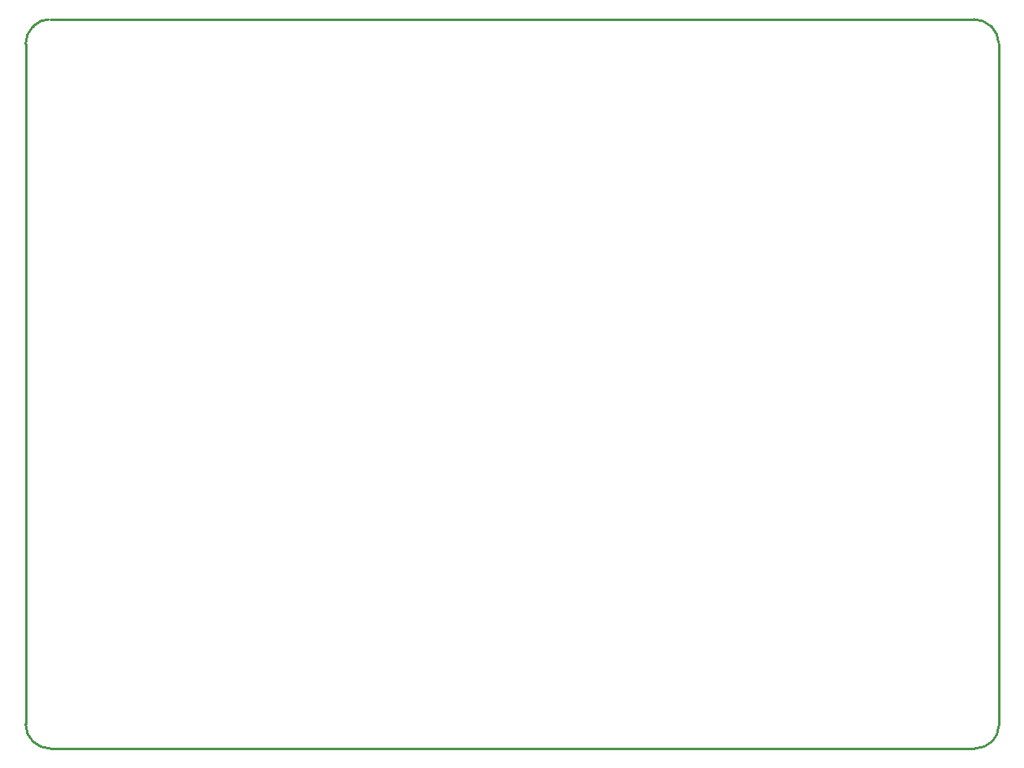
<source format=gbr>
%TF.GenerationSoftware,Altium Limited,Altium Designer,19.1.9 (167)*%
G04 Layer_Color=16711935*
%FSLAX26Y26*%
%MOIN*%
%TF.FileFunction,Keep-out,Top*%
%TF.Part,Single*%
G01*
G75*
%TA.AperFunction,NonConductor*%
%ADD24C,0.010000*%
D24*
X29289Y29289D02*
G03*
X100000Y0I70711J70711D01*
G01*
X0Y100000D02*
G03*
X29289Y29289I100000J0D01*
G01*
X28284Y2968284D02*
G03*
X0Y2900000I68284J-68284D01*
G01*
X95355Y3000000D02*
G03*
X35000Y2975000I0J-85355D01*
G01*
X3968284Y2971716D02*
G03*
X3900000Y3000000I-68284J-68284D01*
G01*
X4000000Y2904645D02*
G03*
X3975000Y2965000I-85355J0D01*
G01*
Y30000D02*
G03*
X4000000Y90355I-60355J60355D01*
G01*
X3902574Y0D02*
G03*
X3975000Y30000I0J102426D01*
G01*
X0Y100000D02*
Y2900000D01*
X28284Y2968284D02*
X35000Y2975000D01*
X100000Y3000000D02*
X3900000D01*
X3968284Y2971716D02*
X3975000Y2965000D01*
X4000000Y95000D02*
Y2900000D01*
X185000Y0D02*
X3900000D01*
X100000D02*
X185000D01*
%TF.MD5,1bd6cebc23016d9d64fb87210c5f6714*%
M02*

</source>
